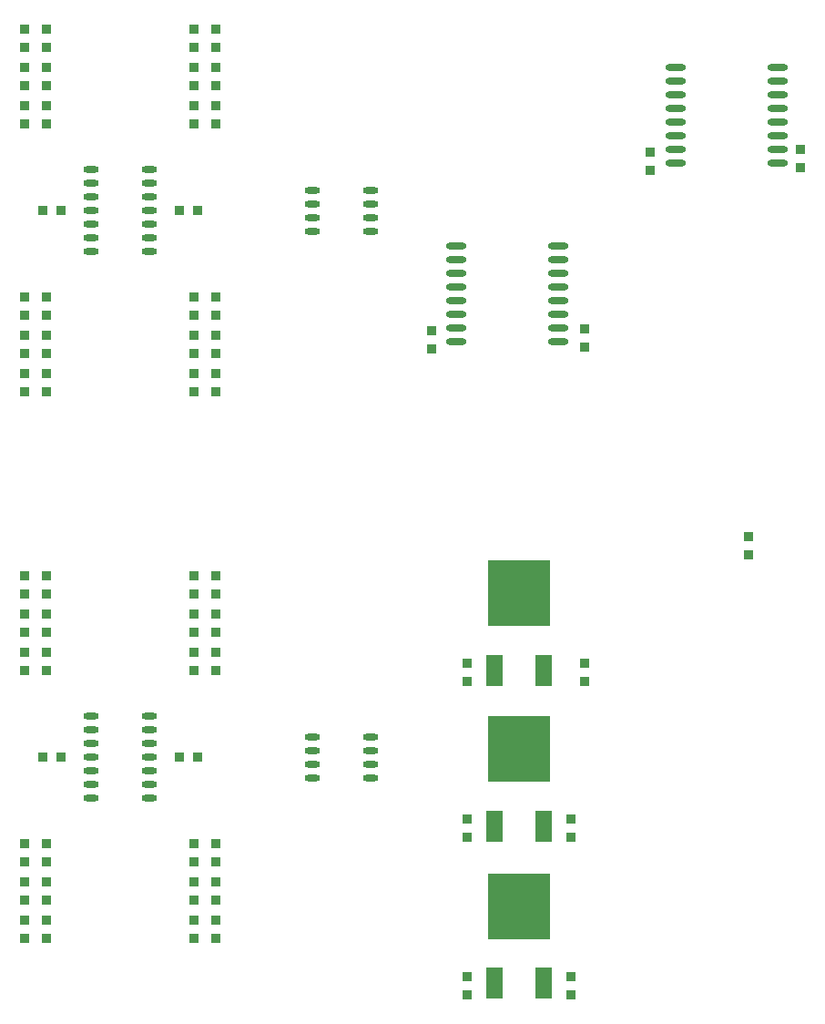
<source format=gbp>
G04*
G04 #@! TF.GenerationSoftware,Altium Limited,Altium Designer,22.1.2 (22)*
G04*
G04 Layer_Color=128*
%FSLAX25Y25*%
%MOIN*%
G70*
G04*
G04 #@! TF.SameCoordinates,8EC6406F-258D-449A-8705-EE3481E119B6*
G04*
G04*
G04 #@! TF.FilePolarity,Positive*
G04*
G01*
G75*
%ADD18R,0.03740X0.03740*%
%ADD20R,0.03740X0.03740*%
%ADD62R,0.06299X0.11811*%
%ADD63R,0.22835X0.24410*%
%ADD64O,0.07480X0.02362*%
%ADD65O,0.05709X0.02362*%
D18*
X410653Y399000D02*
D03*
X467346D02*
D03*
Y199000D02*
D03*
X410653D02*
D03*
X417346D02*
D03*
X460653D02*
D03*
Y399000D02*
D03*
X417346D02*
D03*
D20*
X553000Y348307D02*
D03*
Y355000D02*
D03*
X609000Y355693D02*
D03*
Y349000D02*
D03*
X603900Y176446D02*
D03*
X603800Y118947D02*
D03*
X609000Y233347D02*
D03*
X565900Y176446D02*
D03*
X565800Y118947D02*
D03*
X566000Y233347D02*
D03*
X688000Y421347D02*
D03*
X412000Y458653D02*
D03*
Y437347D02*
D03*
Y451346D02*
D03*
X466000Y458653D02*
D03*
Y437347D02*
D03*
Y451346D02*
D03*
Y339347D02*
D03*
Y360653D02*
D03*
Y346654D02*
D03*
X412000Y360653D02*
D03*
Y339347D02*
D03*
Y346654D02*
D03*
X466000Y160653D02*
D03*
X412000D02*
D03*
Y237347D02*
D03*
Y258653D02*
D03*
Y251346D02*
D03*
X466000Y258653D02*
D03*
Y237347D02*
D03*
Y251346D02*
D03*
Y139347D02*
D03*
Y146653D02*
D03*
X412000Y139347D02*
D03*
Y146653D02*
D03*
Y153347D02*
D03*
X404000Y146653D02*
D03*
Y153347D02*
D03*
Y132653D02*
D03*
Y139347D02*
D03*
X412000Y132653D02*
D03*
X466000Y153347D02*
D03*
Y132653D02*
D03*
X474000Y146653D02*
D03*
Y153347D02*
D03*
Y132653D02*
D03*
Y139347D02*
D03*
X466000Y244654D02*
D03*
Y230654D02*
D03*
Y265347D02*
D03*
X669000Y273000D02*
D03*
Y279693D02*
D03*
X474000Y258653D02*
D03*
Y265347D02*
D03*
Y244654D02*
D03*
Y251346D02*
D03*
X412000Y244654D02*
D03*
Y265347D02*
D03*
Y230654D02*
D03*
X404000Y258653D02*
D03*
Y265347D02*
D03*
Y244654D02*
D03*
Y251346D02*
D03*
X412000Y167347D02*
D03*
X404000D02*
D03*
Y160653D02*
D03*
X466000Y167347D02*
D03*
X404000Y230654D02*
D03*
Y237347D02*
D03*
X474000Y167347D02*
D03*
Y160653D02*
D03*
Y230654D02*
D03*
Y237347D02*
D03*
X412000Y353346D02*
D03*
Y332653D02*
D03*
X404000Y339347D02*
D03*
Y332653D02*
D03*
Y353346D02*
D03*
Y346654D02*
D03*
X412000Y367347D02*
D03*
X404000D02*
D03*
Y360653D02*
D03*
X466000Y353346D02*
D03*
Y367347D02*
D03*
X474000D02*
D03*
Y360653D02*
D03*
Y353346D02*
D03*
Y346654D02*
D03*
X466000Y332653D02*
D03*
X474000Y339347D02*
D03*
Y332653D02*
D03*
X466000Y444654D02*
D03*
Y430653D02*
D03*
X474000D02*
D03*
Y437347D02*
D03*
Y444654D02*
D03*
Y451346D02*
D03*
Y458653D02*
D03*
Y465346D02*
D03*
X466000D02*
D03*
X412000Y444654D02*
D03*
Y430653D02*
D03*
X404000Y444654D02*
D03*
Y451346D02*
D03*
Y430653D02*
D03*
Y437347D02*
D03*
Y458653D02*
D03*
Y465346D02*
D03*
X412000D02*
D03*
X688000Y414653D02*
D03*
X633000Y420346D02*
D03*
Y413654D02*
D03*
X566000Y226654D02*
D03*
X565800Y112253D02*
D03*
X565900Y169754D02*
D03*
X609000Y226654D02*
D03*
X603800Y112253D02*
D03*
X603900Y169754D02*
D03*
D62*
X575884Y173832D02*
D03*
X593916D02*
D03*
X575984Y230732D02*
D03*
X594016D02*
D03*
X593816Y116332D02*
D03*
X575784D02*
D03*
D63*
X584900Y202100D02*
D03*
X585000Y259000D02*
D03*
X584800Y144600D02*
D03*
D64*
X562000Y351000D02*
D03*
Y356000D02*
D03*
Y361000D02*
D03*
Y366000D02*
D03*
Y371000D02*
D03*
Y376000D02*
D03*
Y381000D02*
D03*
Y386000D02*
D03*
X599402Y351000D02*
D03*
Y356000D02*
D03*
Y361000D02*
D03*
Y366000D02*
D03*
Y371000D02*
D03*
Y376000D02*
D03*
Y381000D02*
D03*
Y386000D02*
D03*
X679701Y451500D02*
D03*
Y421500D02*
D03*
X642299Y416500D02*
D03*
Y421500D02*
D03*
Y426500D02*
D03*
Y431500D02*
D03*
Y436500D02*
D03*
Y441500D02*
D03*
Y446500D02*
D03*
Y451500D02*
D03*
X679701Y416500D02*
D03*
Y426500D02*
D03*
Y431500D02*
D03*
Y436500D02*
D03*
Y441500D02*
D03*
Y446500D02*
D03*
D65*
X530728Y191500D02*
D03*
Y196500D02*
D03*
Y201500D02*
D03*
Y206500D02*
D03*
Y391500D02*
D03*
Y396500D02*
D03*
Y401500D02*
D03*
Y406500D02*
D03*
X509272D02*
D03*
Y401500D02*
D03*
Y396500D02*
D03*
Y391500D02*
D03*
Y206500D02*
D03*
Y201500D02*
D03*
Y196500D02*
D03*
Y191500D02*
D03*
X428272Y184000D02*
D03*
Y189000D02*
D03*
Y194000D02*
D03*
Y199000D02*
D03*
Y204000D02*
D03*
Y209000D02*
D03*
Y214000D02*
D03*
X449728Y184000D02*
D03*
Y189000D02*
D03*
Y194000D02*
D03*
Y199000D02*
D03*
Y204000D02*
D03*
Y209000D02*
D03*
Y214000D02*
D03*
Y414000D02*
D03*
Y409000D02*
D03*
Y404000D02*
D03*
Y399000D02*
D03*
Y394000D02*
D03*
Y389000D02*
D03*
Y384000D02*
D03*
X428272Y414000D02*
D03*
Y409000D02*
D03*
Y404000D02*
D03*
Y399000D02*
D03*
Y394000D02*
D03*
Y389000D02*
D03*
Y384000D02*
D03*
M02*

</source>
